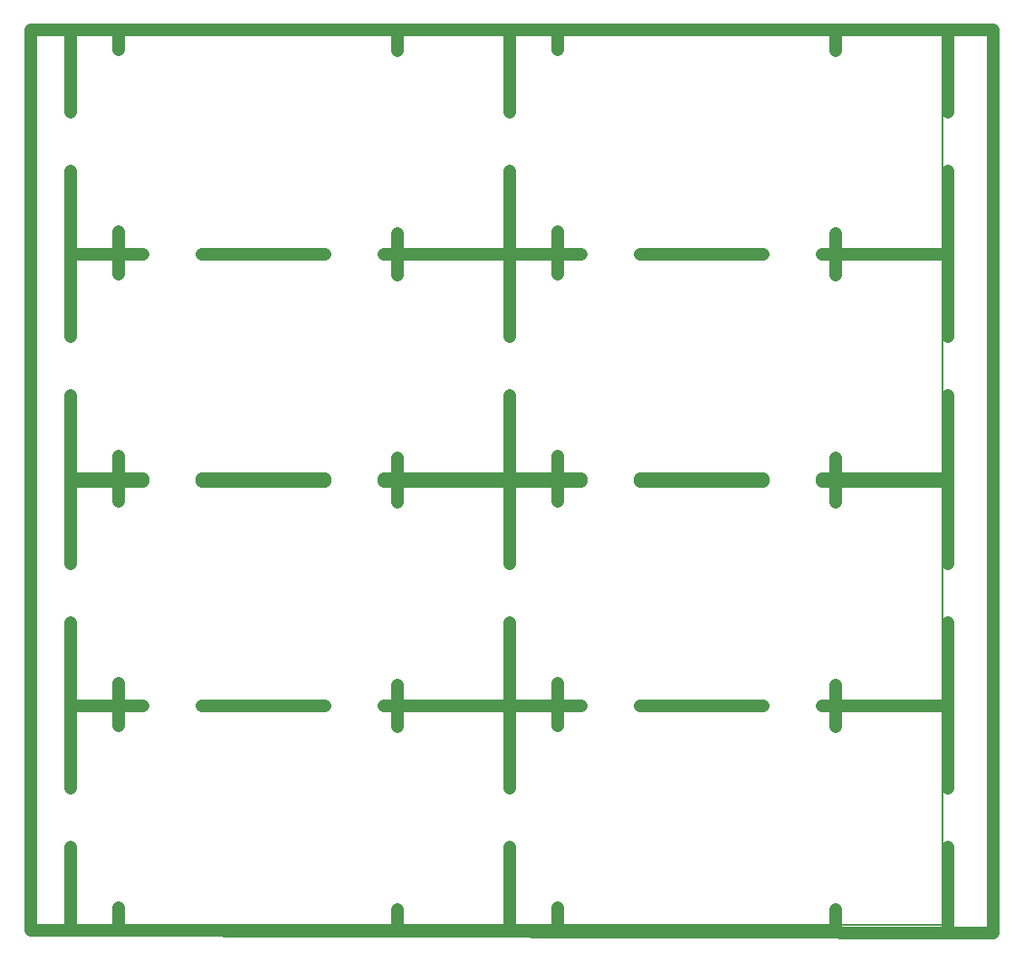
<source format=gm1>
G04 #@! TF.FileFunction,Profile,NP*
%FSLAX46Y46*%
G04 Gerber Fmt 4.6, Leading zero omitted, Abs format (unit mm)*
G04 Created by KiCad (PCBNEW 0.201603131216+6619~43~ubuntu14.04.1-product) date Do 28 Apr 2016 22:30:15 CEST*
%MOMM*%
G01*
G04 APERTURE LIST*
%ADD10C,0.100000*%
%ADD11C,1.200000*%
%ADD12C,0.150000*%
G04 APERTURE END LIST*
D10*
D11*
X37000000Y-134000000D02*
X40750000Y-134000000D01*
X40750000Y-49750000D02*
X37000000Y-49750000D01*
X37000000Y-134000000D02*
X37000000Y-50000000D01*
X127000000Y-134000000D02*
X127000000Y-50000000D01*
X71250000Y-133500000D02*
X71250000Y-132100000D01*
X70000000Y-113000000D02*
X82000000Y-113000000D01*
X71250000Y-114958000D02*
X71250000Y-113558000D01*
X71250000Y-112500000D02*
X71250000Y-111100000D01*
X71250000Y-93958000D02*
X71250000Y-92558000D01*
X70000000Y-92000000D02*
X82000000Y-92000000D01*
X81750000Y-113000000D02*
X70000000Y-113000000D01*
X47500000Y-113000000D02*
X40750000Y-113000000D01*
X40750000Y-113000000D02*
X47500000Y-113000000D01*
X45250000Y-112500000D02*
X45250000Y-110900000D01*
X40750000Y-113000000D02*
X40750000Y-105250000D01*
X40750000Y-92000000D02*
X40750000Y-99750000D01*
X45250000Y-92500000D02*
X45250000Y-93900000D01*
X40750000Y-92000000D02*
X47500000Y-92000000D01*
X127000000Y-134250000D02*
X40750000Y-134000000D01*
X40750000Y-134000000D02*
X40750000Y-126250000D01*
X40750000Y-113000000D02*
X40750000Y-120750000D01*
X45250000Y-133500000D02*
X45250000Y-131900000D01*
X45250000Y-113500000D02*
X45250000Y-114900000D01*
D12*
X41250000Y-133500000D02*
X81250000Y-133500000D01*
D11*
X53000000Y-92000000D02*
X64500000Y-92000000D01*
X53000000Y-113000000D02*
X64500000Y-113000000D01*
X64500000Y-113000000D02*
X53000000Y-113000000D01*
X105500000Y-113000000D02*
X94000000Y-113000000D01*
X111000000Y-92000000D02*
X122000000Y-92000000D01*
X94000000Y-113000000D02*
X105500000Y-113000000D01*
X94000000Y-92000000D02*
X105500000Y-92000000D01*
X81750000Y-113000000D02*
X81750000Y-105500000D01*
X81750000Y-113000000D02*
X81750000Y-105250000D01*
X88500000Y-113000000D02*
X81750000Y-113000000D01*
X81750000Y-113000000D02*
X81750000Y-120500000D01*
X81750000Y-113000000D02*
X81750000Y-120750000D01*
X86250000Y-113500000D02*
X86250000Y-114900000D01*
X81750000Y-113000000D02*
X88500000Y-113000000D01*
X112250000Y-93958000D02*
X112250000Y-92558000D01*
D12*
X122250000Y-92500000D02*
X122250000Y-112500000D01*
D11*
X112250000Y-112500000D02*
X112250000Y-111100000D01*
X122750000Y-113000000D02*
X122750000Y-105250000D01*
X122750000Y-92000000D02*
X122750000Y-99750000D01*
X81750000Y-134000000D02*
X81750000Y-126500000D01*
X81750000Y-134000000D02*
X81750000Y-126250000D01*
X86250000Y-133500000D02*
X86250000Y-131900000D01*
X86250000Y-112500000D02*
X86250000Y-110900000D01*
D12*
X82250000Y-133500000D02*
X122250000Y-133500000D01*
X122250000Y-113500000D02*
X122250000Y-133500000D01*
D11*
X111000000Y-113000000D02*
X122000000Y-113000000D01*
X112250000Y-133500000D02*
X112250000Y-132100000D01*
X122750000Y-113000000D02*
X122750000Y-120750000D01*
X112250000Y-114958000D02*
X112250000Y-113558000D01*
X122750000Y-113000000D02*
X111000000Y-113000000D01*
X122750000Y-134000000D02*
X122750000Y-126250000D01*
X86250000Y-92500000D02*
X86250000Y-93900000D01*
X81750000Y-92000000D02*
X81750000Y-99500000D01*
X81750000Y-92000000D02*
X81750000Y-99750000D01*
X81750000Y-92000000D02*
X88500000Y-92000000D01*
X94000000Y-70750000D02*
X105500000Y-70750000D01*
X105500000Y-91750000D02*
X94000000Y-91750000D01*
X112250000Y-91250000D02*
X112250000Y-89850000D01*
X81750000Y-70750000D02*
X81750000Y-78250000D01*
X86250000Y-71250000D02*
X86250000Y-72650000D01*
X81750000Y-70750000D02*
X81750000Y-78500000D01*
X81750000Y-70750000D02*
X88500000Y-70750000D01*
X122750000Y-91750000D02*
X122750000Y-84000000D01*
X122750000Y-91750000D02*
X111000000Y-91750000D01*
X111000000Y-70750000D02*
X122000000Y-70750000D01*
X122750000Y-70750000D02*
X122750000Y-78500000D01*
D12*
X122250000Y-71250000D02*
X122250000Y-91250000D01*
D11*
X112250000Y-72708000D02*
X112250000Y-71308000D01*
X45250000Y-91250000D02*
X45250000Y-89650000D01*
X53000000Y-70750000D02*
X64500000Y-70750000D01*
X64500000Y-91750000D02*
X53000000Y-91750000D01*
X70000000Y-70750000D02*
X82000000Y-70750000D01*
X71250000Y-72708000D02*
X71250000Y-71308000D01*
X71250000Y-91250000D02*
X71250000Y-89850000D01*
X81750000Y-91750000D02*
X70000000Y-91750000D01*
X40750000Y-91750000D02*
X40750000Y-84000000D01*
X47500000Y-91750000D02*
X40750000Y-91750000D01*
X45250000Y-71250000D02*
X45250000Y-72650000D01*
X40750000Y-70750000D02*
X47500000Y-70750000D01*
X40750000Y-70750000D02*
X40750000Y-78500000D01*
X81750000Y-91750000D02*
X81750000Y-84250000D01*
X88500000Y-91750000D02*
X81750000Y-91750000D01*
X86250000Y-91250000D02*
X86250000Y-89650000D01*
X81750000Y-91750000D02*
X81750000Y-84000000D01*
X112250000Y-51708000D02*
X112250000Y-50308000D01*
X112250000Y-70250000D02*
X112250000Y-68850000D01*
X105500000Y-70750000D02*
X94000000Y-70750000D01*
X88500000Y-70750000D02*
X81750000Y-70750000D01*
X86250000Y-70250000D02*
X86250000Y-68650000D01*
X81750000Y-70750000D02*
X81750000Y-63000000D01*
X81750000Y-49750000D02*
X81750000Y-57500000D01*
X86250000Y-50250000D02*
X86250000Y-51650000D01*
X122750000Y-70750000D02*
X111000000Y-70750000D01*
X122750000Y-70750000D02*
X122750000Y-63000000D01*
X122750000Y-49750000D02*
X122750000Y-57500000D01*
D12*
X122250000Y-50250000D02*
X122250000Y-70250000D01*
D11*
X81750000Y-49750000D02*
X81750000Y-57250000D01*
X81750000Y-70750000D02*
X81750000Y-63250000D01*
X40750000Y-49750000D02*
X40750000Y-57500000D01*
X40750000Y-70750000D02*
X40750000Y-63000000D01*
X47500000Y-70750000D02*
X40750000Y-70750000D01*
X64500000Y-70750000D02*
X53000000Y-70750000D01*
X81750000Y-70750000D02*
X70000000Y-70750000D01*
X40750000Y-49750000D02*
X127000000Y-49750000D01*
X45250000Y-50250000D02*
X45250000Y-51650000D01*
X71250000Y-51708000D02*
X71250000Y-50308000D01*
X71250000Y-70250000D02*
X71250000Y-68850000D01*
X45250000Y-70250000D02*
X45250000Y-68650000D01*
M02*

</source>
